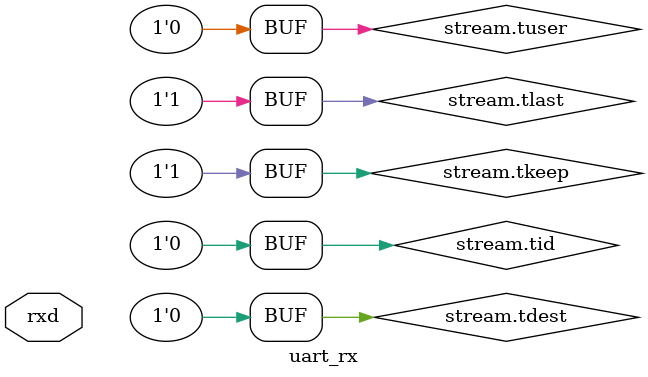
<source format=sv>

`default_nettype none
`timescale 1ns / 1ps

module uart_rx #(
    // Equates to a 115200 bps rate on 100 MHz clock.
    parameter CLKS_PER_BIT = 868,
    parameter FIFO_DEPTH = 256
) (
    // asynchronous RX signal
    input var logic rxd,
    axis_interface.Source rx_stream
);

    // Create stream and receive FIFO
    axis_interface stream (
        .clk(rx_stream.clk),
        .reset(rx_stream.reset)
    );

    axis_fifo_status_interface rx_fifo_status ();
    axis_fifo_wrapper rx_fifo (
        .sink(stream.Sink),
        .source(rx_stream),
        
        .status(rx_fifo_status)
    );

    // create clock synchronized version of async rx signal.
    var logic rxd_sync;
    sync_slow_signal rxd_synchonrizer (
        .sync_clk(stream.clk),
        .signal(rxd),

        .synced_signal(rxd_sync)
    );

    typedef enum int {
        UART_RX_IDLE,
        UART_RX_START_BIT,
        UART_RX_DATA_BIT,
        UART_RX_STOP_BIT,
        UART_RX_PARITY_BIT // unused atm
    } uart_rx_state_t;

    uart_rx_state_t rx_state = UART_RX_IDLE;
    var logic [31:0] rx_clock_cycle_counter = 0;
    var logic [3:0] rx_bit_index = 0;
    always_ff @(posedge stream.clk) begin
        case (rx_state)
            UART_RX_IDLE: begin
                stream.tvalid <= 0;
                // Initialize register values
                rx_bit_index <= 0;
                rx_clock_cycle_counter <= 0;

                // Look for falling edges to catch the start bit
                if (rxd_sync == 1'b0) begin
                    // after detecting a falling edge in rx from IDLE, advance
                    // to the start bit state.
                    rx_state <= UART_RX_START_BIT;
                end
            end

            UART_RX_START_BIT: begin
                // check for alignment. if we are halfway through the UART bit
                // cycle, check that the value of rx is still 0
                if (rx_clock_cycle_counter == (CLKS_PER_BIT - 1) / 2) begin
                    if (rxd_sync == 1'b0) begin
                        // Found the middle reset the counter and advance to
                        // receiving the subsequent data bits
                        rx_clock_cycle_counter <= 0;

                        rx_state <= UART_RX_DATA_BIT;
                    end else begin
                        // data is misaligned return to IDLE state to catch the next start bit
                        rx_state <= UART_RX_IDLE;
                    end
                end else begin
                    // increment the counter since our clock is much faster than UART
                    rx_clock_cycle_counter <= rx_clock_cycle_counter + 1;
                end
            end

            UART_RX_DATA_BIT: begin
                if (rx_clock_cycle_counter < CLKS_PER_BIT - 1) begin
                    rx_clock_cycle_counter <= rx_clock_cycle_counter + 1;
                end else begin
                    rx_clock_cycle_counter <= 0;
                    stream.tdata[rx_bit_index] <= rxd_sync;

                    // advance the bit index so we can write the whole rx register
                    if (rx_bit_index < 7) begin
                        rx_bit_index <= rx_bit_index + 1;
                    end else begin
                        // if we have already written the whole byte to the
                        // stream register proceed to checking for a stop bit
                        rx_bit_index <= 0;

                        // Now that we have the data assert the valid bit
                        stream.tvalid <= 1'b1;

                        rx_state <= UART_RX_STOP_BIT;
                    end
                end
            end

            UART_RX_STOP_BIT: begin
                // deassert tvalid once we have written the value to the stream
                if (stream.tready && stream.tvalid) begin
                    stream.tvalid <= 1'b0;
                end

                if (rx_clock_cycle_counter < CLKS_PER_BIT - 1) begin
                    // wait in this state until the stop bit is received. We
                    // could have additional feedback here to ensure the bit
                    // remains set to 1 for the duration of our wait. Saved for
                    // future improvements.
                    rx_clock_cycle_counter <= rx_clock_cycle_counter + 1;
                end else if (stream.tvalid == 1'b0) begin
                    // ^ only proceed to the next state when we know we have written the rx byte back to the queue.

                    // we have the potential to get stuck here. Similarly to
                    // microcontroller peripherals, if you do not consume the
                    // data fast enough you lose it. Alternatively we could wait
                    // here until space in the queue becomes available
                    rx_clock_cycle_counter <= 0;

                    rx_state <= UART_RX_IDLE;
                end
            end
        endcase
    end

    always_comb begin
        // add defaults for other AXI Stream signals
        stream.tkeep = 1'b1;
        stream.tlast = 1'b1;

        stream.tid = 0;
        stream.tdest = 0;
        stream.tuser = 0;
    end
endmodule

`default_nettype wire

</source>
